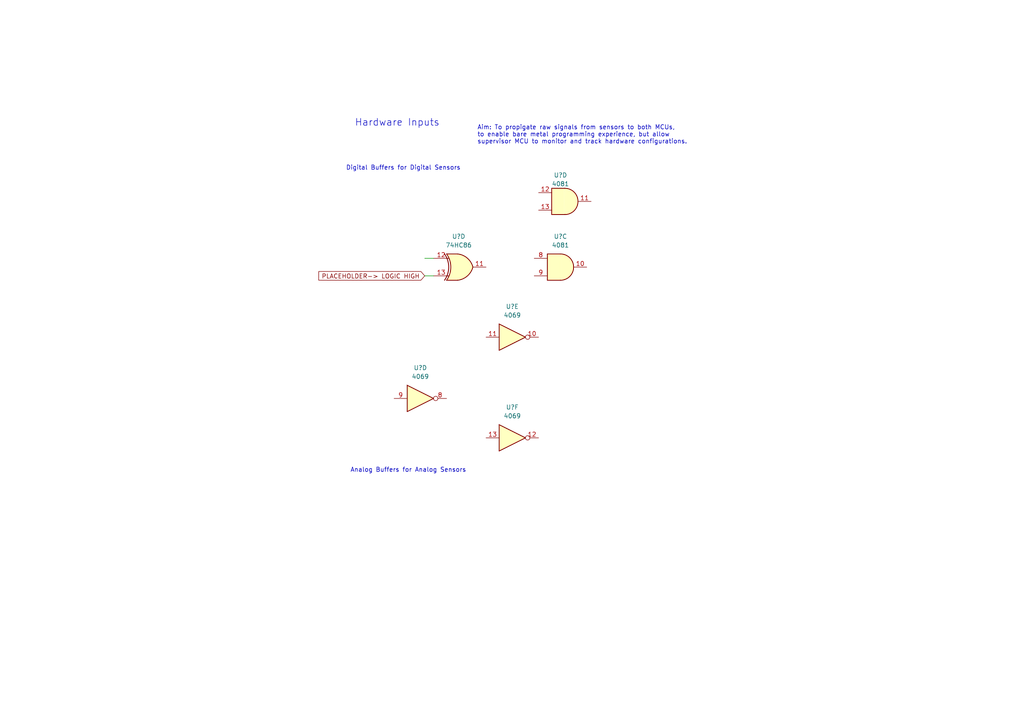
<source format=kicad_sch>
(kicad_sch (version 20211123) (generator eeschema)
  (paper "A4")
  (lib_symbols
    (symbol "4xxx:4069" (pin_names (offset 1.016))
      (property "Reference" "U" (at 0 1.27 0))
      (property "Value" "4069" (at 0 -1.27 0))
      (symbol "4069_1_0"
        (polyline (pts (xy -3.81 3.81) (xy -3.81 -3.81) (xy 3.81 0) (xy -3.81 3.81)) (stroke (width 0.254)) (fill (type background)))
        (pin input line (at -7.62 0 0) (length 3.81) (name "~") (number "1"))
        (pin output inverted (at 7.62 0 180) (length 3.81) (name "~") (number "2"))
      )
      (symbol "4069_2_0"
        (polyline (pts (xy -3.81 3.81) (xy -3.81 -3.81) (xy 3.81 0) (xy -3.81 3.81)) (stroke (width 0.254)) (fill (type background)))
        (pin input line (at -7.62 0 0) (length 3.81) (name "~") (number "3"))
        (pin output inverted (at 7.62 0 180) (length 3.81) (name "~") (number "4"))
      )
      (symbol "4069_3_0"
        (polyline (pts (xy -3.81 3.81) (xy -3.81 -3.81) (xy 3.81 0) (xy -3.81 3.81)) (stroke (width 0.254)) (fill (type background)))
        (pin input line (at -7.62 0 0) (length 3.81) (name "~") (number "5"))
        (pin output inverted (at 7.62 0 180) (length 3.81) (name "~") (number "6"))
      )
      (symbol "4069_4_0"
        (polyline (pts (xy -3.81 3.81) (xy -3.81 -3.81) (xy 3.81 0) (xy -3.81 3.81)) (stroke (width 0.254)) (fill (type background)))
        (pin output inverted (at 7.62 0 180) (length 3.81) (name "~") (number "8"))
        (pin input line (at -7.62 0 0) (length 3.81) (name "~") (number "9"))
      )
      (symbol "4069_5_0"
        (polyline (pts (xy -3.81 3.81) (xy -3.81 -3.81) (xy 3.81 0) (xy -3.81 3.81)) (stroke (width 0.254)) (fill (type background)))
        (pin output inverted (at 7.62 0 180) (length 3.81) (name "~") (number "10"))
        (pin input line (at -7.62 0 0) (length 3.81) (name "~") (number "11"))
      )
      (symbol "4069_6_0"
        (polyline (pts (xy -3.81 3.81) (xy -3.81 -3.81) (xy 3.81 0) (xy -3.81 3.81)) (stroke (width 0.254)) (fill (type background)))
        (pin output inverted (at 7.62 0 180) (length 3.81) (name "~") (number "12"))
        (pin input line (at -7.62 0 0) (length 3.81) (name "~") (number "13"))
      )
      (symbol "4069_7_0"
        (pin power_in line (at 0 12.7 270) (length 5.08) (name "VDD") (number "14"))
        (pin power_in line (at 0 -12.7 90) (length 5.08) (name "VSS") (number "7"))
      )
      (symbol "4069_7_1"
        (rectangle (start -5.08 7.62) (end 5.08 -7.62) (stroke (width 0.254)) (fill (type background)))
      )
    )
    (symbol "4xxx:4081" (pin_names (offset 1.016))
      (property "Reference" "U" (at 0 1.27 0))
      (property "Value" "4081" (at 0 -1.27 0))
      (symbol "4081_1_1"
        (arc (start 0 -3.81) (mid 3.81 0) (end 0 3.81) (stroke (width 0.254)) (fill (type background)))
        (polyline (pts (xy 0 3.81) (xy -3.81 3.81) (xy -3.81 -3.81) (xy 0 -3.81)) (stroke (width 0.254)) (fill (type background)))
        (pin input line (at -7.62 2.54 0) (length 3.81) (name "~") (number "1"))
        (pin input line (at -7.62 -2.54 0) (length 3.81) (name "~") (number "2"))
        (pin output line (at 7.62 0 180) (length 3.81) (name "~") (number "3"))
      )
      (symbol "4081_1_2"
        (arc (start -3.81 -3.81) (mid -2.589 0) (end -3.81 3.81) (stroke (width 0.254)))
        (arc (start -0.6096 -3.81) (mid 2.1855 -2.584) (end 3.81 0) (stroke (width 0.254)) (fill (type background)))
        (polyline (pts (xy -3.81 -3.81) (xy -0.635 -3.81)) (stroke (width 0.254)) (fill (type background)))
        (polyline (pts (xy -3.81 3.81) (xy -0.635 3.81)) (stroke (width 0.254)) (fill (type background)))
        (polyline (pts (xy -0.635 3.81) (xy -3.81 3.81) (xy -3.81 3.81) (xy -3.556 3.4036) (xy -3.0226 2.2606) (xy -2.6924 1.0414) (xy -2.6162 -0.254) (xy -2.7686 -1.4986) (xy -3.175 -2.7178) (xy -3.81 -3.81) (xy -3.81 -3.81) (xy -0.635 -3.81)) (stroke (width -25.4)) (fill (type background)))
        (arc (start 3.81 0) (mid 2.1928 2.5925) (end -0.6096 3.81) (stroke (width 0.254)) (fill (type background)))
        (pin input inverted (at -7.62 2.54 0) (length 4.318) (name "~") (number "1"))
        (pin input inverted (at -7.62 -2.54 0) (length 4.318) (name "~") (number "2"))
        (pin output inverted (at 7.62 0 180) (length 3.81) (name "~") (number "3"))
      )
      (symbol "4081_2_1"
        (arc (start 0 -3.81) (mid 3.81 0) (end 0 3.81) (stroke (width 0.254)) (fill (type background)))
        (polyline (pts (xy 0 3.81) (xy -3.81 3.81) (xy -3.81 -3.81) (xy 0 -3.81)) (stroke (width 0.254)) (fill (type background)))
        (pin output line (at 7.62 0 180) (length 3.81) (name "~") (number "4"))
        (pin input line (at -7.62 2.54 0) (length 3.81) (name "~") (number "5"))
        (pin input line (at -7.62 -2.54 0) (length 3.81) (name "~") (number "6"))
      )
      (symbol "4081_2_2"
        (arc (start -3.81 -3.81) (mid -2.589 0) (end -3.81 3.81) (stroke (width 0.254)))
        (arc (start -0.6096 -3.81) (mid 2.1855 -2.584) (end 3.81 0) (stroke (width 0.254)) (fill (type background)))
        (polyline (pts (xy -3.81 -3.81) (xy -0.635 -3.81)) (stroke (width 0.254)) (fill (type background)))
        (polyline (pts (xy -3.81 3.81) (xy -0.635 3.81)) (stroke (width 0.254)) (fill (type background)))
        (polyline (pts (xy -0.635 3.81) (xy -3.81 3.81) (xy -3.81 3.81) (xy -3.556 3.4036) (xy -3.0226 2.2606) (xy -2.6924 1.0414) (xy -2.6162 -0.254) (xy -2.7686 -1.4986) (xy -3.175 -2.7178) (xy -3.81 -3.81) (xy -3.81 -3.81) (xy -0.635 -3.81)) (stroke (width -25.4)) (fill (type background)))
        (arc (start 3.81 0) (mid 2.1928 2.5925) (end -0.6096 3.81) (stroke (width 0.254)) (fill (type background)))
        (pin output inverted (at 7.62 0 180) (length 3.81) (name "~") (number "4"))
        (pin input inverted (at -7.62 2.54 0) (length 4.318) (name "~") (number "5"))
        (pin input inverted (at -7.62 -2.54 0) (length 4.318) (name "~") (number "6"))
      )
      (symbol "4081_3_1"
        (arc (start 0 -3.81) (mid 3.81 0) (end 0 3.81) (stroke (width 0.254)) (fill (type background)))
        (polyline (pts (xy 0 3.81) (xy -3.81 3.81) (xy -3.81 -3.81) (xy 0 -3.81)) (stroke (width 0.254)) (fill (type background)))
        (pin output line (at 7.62 0 180) (length 3.81) (name "~") (number "10"))
        (pin input line (at -7.62 2.54 0) (length 3.81) (name "~") (number "8"))
        (pin input line (at -7.62 -2.54 0) (length 3.81) (name "~") (number "9"))
      )
      (symbol "4081_3_2"
        (arc (start -3.81 -3.81) (mid -2.589 0) (end -3.81 3.81) (stroke (width 0.254)))
        (arc (start -0.6096 -3.81) (mid 2.1855 -2.584) (end 3.81 0) (stroke (width 0.254)) (fill (type background)))
        (polyline (pts (xy -3.81 -3.81) (xy -0.635 -3.81)) (stroke (width 0.254)) (fill (type background)))
        (polyline (pts (xy -3.81 3.81) (xy -0.635 3.81)) (stroke (width 0.254)) (fill (type background)))
        (polyline (pts (xy -0.635 3.81) (xy -3.81 3.81) (xy -3.81 3.81) (xy -3.556 3.4036) (xy -3.0226 2.2606) (xy -2.6924 1.0414) (xy -2.6162 -0.254) (xy -2.7686 -1.4986) (xy -3.175 -2.7178) (xy -3.81 -3.81) (xy -3.81 -3.81) (xy -0.635 -3.81)) (stroke (width -25.4)) (fill (type background)))
        (arc (start 3.81 0) (mid 2.1928 2.5925) (end -0.6096 3.81) (stroke (width 0.254)) (fill (type background)))
        (pin output inverted (at 7.62 0 180) (length 3.81) (name "~") (number "10"))
        (pin input inverted (at -7.62 2.54 0) (length 4.318) (name "~") (number "8"))
        (pin input inverted (at -7.62 -2.54 0) (length 4.318) (name "~") (number "9"))
      )
      (symbol "4081_4_1"
        (arc (start 0 -3.81) (mid 3.81 0) (end 0 3.81) (stroke (width 0.254)) (fill (type background)))
        (polyline (pts (xy 0 3.81) (xy -3.81 3.81) (xy -3.81 -3.81) (xy 0 -3.81)) (stroke (width 0.254)) (fill (type background)))
        (pin output line (at 7.62 0 180) (length 3.81) (name "~") (number "11"))
        (pin input line (at -7.62 2.54 0) (length 3.81) (name "~") (number "12"))
        (pin input line (at -7.62 -2.54 0) (length 3.81) (name "~") (number "13"))
      )
      (symbol "4081_4_2"
        (arc (start -3.81 -3.81) (mid -2.589 0) (end -3.81 3.81) (stroke (width 0.254)))
        (arc (start -0.6096 -3.81) (mid 2.1855 -2.584) (end 3.81 0) (stroke (width 0.254)) (fill (type background)))
        (polyline (pts (xy -3.81 -3.81) (xy -0.635 -3.81)) (stroke (width 0.254)) (fill (type background)))
        (polyline (pts (xy -3.81 3.81) (xy -0.635 3.81)) (stroke (width 0.254)) (fill (type background)))
        (polyline (pts (xy -0.635 3.81) (xy -3.81 3.81) (xy -3.81 3.81) (xy -3.556 3.4036) (xy -3.0226 2.2606) (xy -2.6924 1.0414) (xy -2.6162 -0.254) (xy -2.7686 -1.4986) (xy -3.175 -2.7178) (xy -3.81 -3.81) (xy -3.81 -3.81) (xy -0.635 -3.81)) (stroke (width -25.4)) (fill (type background)))
        (arc (start 3.81 0) (mid 2.1928 2.5925) (end -0.6096 3.81) (stroke (width 0.254)) (fill (type background)))
        (pin output inverted (at 7.62 0 180) (length 3.81) (name "~") (number "11"))
        (pin input inverted (at -7.62 2.54 0) (length 4.318) (name "~") (number "12"))
        (pin input inverted (at -7.62 -2.54 0) (length 4.318) (name "~") (number "13"))
      )
      (symbol "4081_5_0"
        (pin power_in line (at 0 12.7 270) (length 5.08) (name "VDD") (number "14"))
        (pin power_in line (at 0 -12.7 90) (length 5.08) (name "VSS") (number "7"))
      )
      (symbol "4081_5_1"
        (rectangle (start -5.08 7.62) (end 5.08 -7.62) (stroke (width 0.254)) (fill (type background)))
      )
    )
    (symbol "74xx:74HC86" (pin_names (offset 1.016))
      (property "Reference" "U" (at 0 1.27 0))
      (property "Value" "74HC86" (at 0 -1.27 0))
      (symbol "74HC86_1_0"
        (arc (start -4.4196 -3.81) (mid -3.2033 0) (end -4.4196 3.81) (stroke (width 0.254)))
        (arc (start -3.81 -3.81) (mid -2.589 0) (end -3.81 3.81) (stroke (width 0.254)))
        (arc (start -0.6096 -3.81) (mid 2.1855 -2.584) (end 3.81 0) (stroke (width 0.254)) (fill (type background)))
        (polyline (pts (xy -3.81 -3.81) (xy -0.635 -3.81)) (stroke (width 0.254)) (fill (type background)))
        (polyline (pts (xy -3.81 3.81) (xy -0.635 3.81)) (stroke (width 0.254)) (fill (type background)))
        (polyline (pts (xy -0.635 3.81) (xy -3.81 3.81) (xy -3.81 3.81) (xy -3.556 3.4036) (xy -3.0226 2.2606) (xy -2.6924 1.0414) (xy -2.6162 -0.254) (xy -2.7686 -1.4986) (xy -3.175 -2.7178) (xy -3.81 -3.81) (xy -3.81 -3.81) (xy -0.635 -3.81)) (stroke (width -25.4)) (fill (type background)))
        (arc (start 3.81 0) (mid 2.1928 2.5925) (end -0.6096 3.81) (stroke (width 0.254)) (fill (type background)))
        (pin input line (at -7.62 2.54 0) (length 4.445) (name "~") (number "1"))
        (pin input line (at -7.62 -2.54 0) (length 4.445) (name "~") (number "2"))
        (pin output line (at 7.62 0 180) (length 3.81) (name "~") (number "3"))
      )
      (symbol "74HC86_1_1"
        (polyline (pts (xy -3.81 -2.54) (xy -3.175 -2.54)) (stroke (width 0.1524)))
        (polyline (pts (xy -3.81 2.54) (xy -3.175 2.54)) (stroke (width 0.1524)))
      )
      (symbol "74HC86_2_0"
        (arc (start -4.4196 -3.81) (mid -3.2033 0) (end -4.4196 3.81) (stroke (width 0.254)))
        (arc (start -3.81 -3.81) (mid -2.589 0) (end -3.81 3.81) (stroke (width 0.254)))
        (arc (start -0.6096 -3.81) (mid 2.1855 -2.584) (end 3.81 0) (stroke (width 0.254)) (fill (type background)))
        (polyline (pts (xy -3.81 -3.81) (xy -0.635 -3.81)) (stroke (width 0.254)) (fill (type background)))
        (polyline (pts (xy -3.81 3.81) (xy -0.635 3.81)) (stroke (width 0.254)) (fill (type background)))
        (polyline (pts (xy -0.635 3.81) (xy -3.81 3.81) (xy -3.81 3.81) (xy -3.556 3.4036) (xy -3.0226 2.2606) (xy -2.6924 1.0414) (xy -2.6162 -0.254) (xy -2.7686 -1.4986) (xy -3.175 -2.7178) (xy -3.81 -3.81) (xy -3.81 -3.81) (xy -0.635 -3.81)) (stroke (width -25.4)) (fill (type background)))
        (arc (start 3.81 0) (mid 2.1928 2.5925) (end -0.6096 3.81) (stroke (width 0.254)) (fill (type background)))
        (pin input line (at -7.62 2.54 0) (length 4.445) (name "~") (number "4"))
        (pin input line (at -7.62 -2.54 0) (length 4.445) (name "~") (number "5"))
        (pin output line (at 7.62 0 180) (length 3.81) (name "~") (number "6"))
      )
      (symbol "74HC86_2_1"
        (polyline (pts (xy -3.81 -2.54) (xy -3.175 -2.54)) (stroke (width 0.1524)))
        (polyline (pts (xy -3.81 2.54) (xy -3.175 2.54)) (stroke (width 0.1524)))
      )
      (symbol "74HC86_3_0"
        (arc (start -4.4196 -3.81) (mid -3.2033 0) (end -4.4196 3.81) (stroke (width 0.254)))
        (arc (start -3.81 -3.81) (mid -2.589 0) (end -3.81 3.81) (stroke (width 0.254)))
        (arc (start -0.6096 -3.81) (mid 2.1855 -2.584) (end 3.81 0) (stroke (width 0.254)) (fill (type background)))
        (polyline (pts (xy -3.81 -3.81) (xy -0.635 -3.81)) (stroke (width 0.254)) (fill (type background)))
        (polyline (pts (xy -3.81 3.81) (xy -0.635 3.81)) (stroke (width 0.254)) (fill (type background)))
        (polyline (pts (xy -0.635 3.81) (xy -3.81 3.81) (xy -3.81 3.81) (xy -3.556 3.4036) (xy -3.0226 2.2606) (xy -2.6924 1.0414) (xy -2.6162 -0.254) (xy -2.7686 -1.4986) (xy -3.175 -2.7178) (xy -3.81 -3.81) (xy -3.81 -3.81) (xy -0.635 -3.81)) (stroke (width -25.4)) (fill (type background)))
        (arc (start 3.81 0) (mid 2.1928 2.5925) (end -0.6096 3.81) (stroke (width 0.254)) (fill (type background)))
        (pin input line (at -7.62 -2.54 0) (length 4.445) (name "~") (number "10"))
        (pin output line (at 7.62 0 180) (length 3.81) (name "~") (number "8"))
        (pin input line (at -7.62 2.54 0) (length 4.445) (name "~") (number "9"))
      )
      (symbol "74HC86_3_1"
        (polyline (pts (xy -3.81 -2.54) (xy -3.175 -2.54)) (stroke (width 0.1524)))
        (polyline (pts (xy -3.81 2.54) (xy -3.175 2.54)) (stroke (width 0.1524)))
      )
      (symbol "74HC86_4_0"
        (arc (start -4.4196 -3.81) (mid -3.2033 0) (end -4.4196 3.81) (stroke (width 0.254)))
        (arc (start -3.81 -3.81) (mid -2.589 0) (end -3.81 3.81) (stroke (width 0.254)))
        (arc (start -0.6096 -3.81) (mid 2.1855 -2.584) (end 3.81 0) (stroke (width 0.254)) (fill (type background)))
        (polyline (pts (xy -3.81 -3.81) (xy -0.635 -3.81)) (stroke (width 0.254)) (fill (type background)))
        (polyline (pts (xy -3.81 3.81) (xy -0.635 3.81)) (stroke (width 0.254)) (fill (type background)))
        (polyline (pts (xy -0.635 3.81) (xy -3.81 3.81) (xy -3.81 3.81) (xy -3.556 3.4036) (xy -3.0226 2.2606) (xy -2.6924 1.0414) (xy -2.6162 -0.254) (xy -2.7686 -1.4986) (xy -3.175 -2.7178) (xy -3.81 -3.81) (xy -3.81 -3.81) (xy -0.635 -3.81)) (stroke (width -25.4)) (fill (type background)))
        (arc (start 3.81 0) (mid 2.1928 2.5925) (end -0.6096 3.81) (stroke (width 0.254)) (fill (type background)))
        (pin output line (at 7.62 0 180) (length 3.81) (name "~") (number "11"))
        (pin input line (at -7.62 2.54 0) (length 4.445) (name "~") (number "12"))
        (pin input line (at -7.62 -2.54 0) (length 4.445) (name "~") (number "13"))
      )
      (symbol "74HC86_4_1"
        (polyline (pts (xy -3.81 -2.54) (xy -3.175 -2.54)) (stroke (width 0.1524)))
        (polyline (pts (xy -3.81 2.54) (xy -3.175 2.54)) (stroke (width 0.1524)))
      )
      (symbol "74HC86_5_0"
        (pin power_in line (at 0 12.7 270) (length 5.08) (name "VCC") (number "14"))
        (pin power_in line (at 0 -12.7 90) (length 5.08) (name "GND") (number "7"))
      )
      (symbol "74HC86_5_1"
        (rectangle (start -5.08 7.62) (end 5.08 -7.62) (stroke (width 0.254)) (fill (type background)))
      )
    )
  )
  (wire (pts (xy 123.19 80.01) (xy 125.73 80.01)))
  (wire (pts (xy 125.73 74.93) (xy 123.19 74.93)))
  (text "Hardware Inputs" (at 102.87 36.83 0) (effects (font (size 2 2)) (justify left bottom)))
  (text "Digital Buffers for Digital Sensors" (at 100.33 49.53 0) (effects (font (size 1.27 1.27)) (justify left bottom)))
  (text "Analog Buffers for Analog Sensors" (at 101.6 137.16 0) (effects (font (size 1.27 1.27)) (justify left bottom)))
  (text "Aim: To propigate raw signals from sensors to both MCUs, \nto enable bare metal programming experience, but allow\nsupervisor MCU to monitor and track hardware configurations." (at 138.43 41.91 0) (effects (font (size 1.27 1.27)) (justify left bottom)))
  (global_label "PLACEHOLDER-> LOGIC HIGH" (shape input) (at 123.19 80.01 180) (property "Intersheet References" "${INTERSHEET_REFS}" (effects hide)))
  (symbol (lib_id "4xxx:4069") (at 148.59 127 0) (unit 6)
    (property "Reference" "U?" (at 148.59 118.11 0))
    (property "Value" "4069" (at 148.59 120.65 0))
    (property "Datasheet" "http://www.intersil.com/content/dam/Intersil/documents/cd40/cd4069ubms.pdf" (effects hide))
  )
  (symbol (lib_id "4xxx:4081") (at 163.83 58.42 0) (unit 4)
    (property "Reference" "U?" (at 162.56 50.8 0))
    (property "Value" "4081" (at 162.56 53.34 0))
    (property "Datasheet" "http://www.intersil.com/content/dam/Intersil/documents/cd40/cd4073bms-81bms-82bms.pdf" (effects hide))
  )
  (symbol (lib_id "4xxx:4069") (at 148.59 97.79 0) (unit 5)
    (property "Reference" "U?" (at 148.59 88.9 0))
    (property "Value" "4069" (at 148.59 91.44 0))
    (property "Datasheet" "http://www.intersil.com/content/dam/Intersil/documents/cd40/cd4069ubms.pdf" (effects hide))
  )
  (symbol (lib_id "74xx:74HC86") (at 133.35 77.47 0) (unit 4)
    (property "Reference" "U?" (at 133.0452 68.58 0))
    (property "Value" "74HC86" (at 133.0452 71.12 0))
    (property "Datasheet" "http://www.ti.com/lit/gpn/sn74HC86" (effects hide))
  )
  (symbol (lib_id "4xxx:4069") (at 121.92 115.57 0) (unit 4)
    (property "Reference" "U?" (at 121.92 106.68 0))
    (property "Value" "4069" (at 121.92 109.22 0))
    (property "Datasheet" "http://www.intersil.com/content/dam/Intersil/documents/cd40/cd4069ubms.pdf" (effects hide))
  )
  (symbol (lib_id "4xxx:4081") (at 162.56 77.47 0) (unit 3)
    (property "Reference" "U?" (at 162.56 68.58 0))
    (property "Value" "4081" (at 162.56 71.12 0))
    (property "Datasheet" "http://www.intersil.com/content/dam/Intersil/documents/cd40/cd4073bms-81bms-82bms.pdf" (effects hide))
  )
)
</source>
